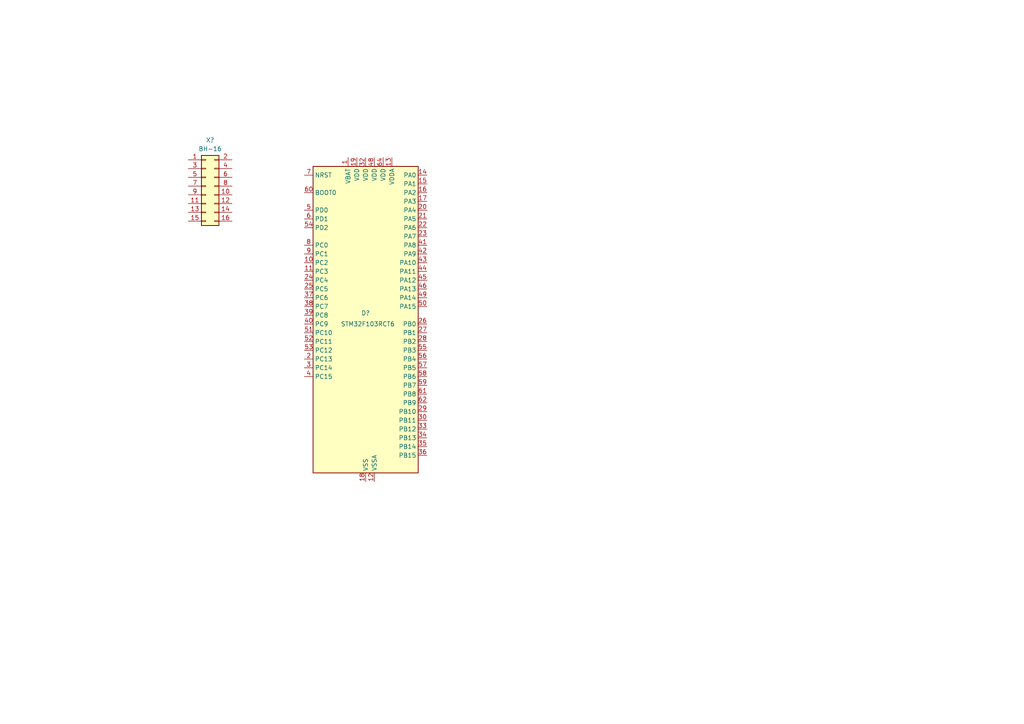
<source format=kicad_sch>
(kicad_sch (version 20231120) (generator "eeschema") (generator_version "8.0")
  (paper "A4")
  (title_block (title "RS485_BSV") (rev "1") (company "ООО \"Экросхим\"") (comment 1 "Антон Мухин"))
  (lib_symbols
    (symbol "Connector_Generic:Conn_02x08_Odd_Even" (pin_names (offset 1.016) hide)
      (property "Reference" "J" (at 1.27 10.16 0))
      (property "Value" "Conn_02x08_Odd_Even" (at 1.27 -12.7 0))
      (symbol "Conn_02x08_Odd_Even_1_1"
        (rectangle (start -1.27 -10.033) (end 0 -10.287) (stroke (width 0.1524)))
        (rectangle (start -1.27 -7.493) (end 0 -7.747) (stroke (width 0.1524)))
        (rectangle (start -1.27 -4.953) (end 0 -5.207) (stroke (width 0.1524)))
        (rectangle (start -1.27 -2.413) (end 0 -2.667) (stroke (width 0.1524)))
        (rectangle (start -1.27 0.127) (end 0 -0.127) (stroke (width 0.1524)))
        (rectangle (start -1.27 2.667) (end 0 2.413) (stroke (width 0.1524)))
        (rectangle (start -1.27 5.207) (end 0 4.953) (stroke (width 0.1524)))
        (rectangle (start -1.27 7.747) (end 0 7.493) (stroke (width 0.1524)))
        (rectangle (start -1.27 8.89) (end 3.81 -11.43) (stroke (width 0.254)) (fill (type background)))
        (rectangle (start 3.81 -10.033) (end 2.54 -10.287) (stroke (width 0.1524)))
        (rectangle (start 3.81 -7.493) (end 2.54 -7.747) (stroke (width 0.1524)))
        (rectangle (start 3.81 -4.953) (end 2.54 -5.207) (stroke (width 0.1524)))
        (rectangle (start 3.81 -2.413) (end 2.54 -2.667) (stroke (width 0.1524)))
        (rectangle (start 3.81 0.127) (end 2.54 -0.127) (stroke (width 0.1524)))
        (rectangle (start 3.81 2.667) (end 2.54 2.413) (stroke (width 0.1524)))
        (rectangle (start 3.81 5.207) (end 2.54 4.953) (stroke (width 0.1524)))
        (rectangle (start 3.81 7.747) (end 2.54 7.493) (stroke (width 0.1524)))
        (pin passive line (at -5.08 7.62 0) (length 3.81) (name "Pin_1") (number "1"))
        (pin passive line (at 7.62 -2.54 180) (length 3.81) (name "Pin_10") (number "10"))
        (pin passive line (at -5.08 -5.08 0) (length 3.81) (name "Pin_11") (number "11"))
        (pin passive line (at 7.62 -5.08 180) (length 3.81) (name "Pin_12") (number "12"))
        (pin passive line (at -5.08 -7.62 0) (length 3.81) (name "Pin_13") (number "13"))
        (pin passive line (at 7.62 -7.62 180) (length 3.81) (name "Pin_14") (number "14"))
        (pin passive line (at -5.08 -10.16 0) (length 3.81) (name "Pin_15") (number "15"))
        (pin passive line (at 7.62 -10.16 180) (length 3.81) (name "Pin_16") (number "16"))
        (pin passive line (at 7.62 7.62 180) (length 3.81) (name "Pin_2") (number "2"))
        (pin passive line (at -5.08 5.08 0) (length 3.81) (name "Pin_3") (number "3"))
        (pin passive line (at 7.62 5.08 180) (length 3.81) (name "Pin_4") (number "4"))
        (pin passive line (at -5.08 2.54 0) (length 3.81) (name "Pin_5") (number "5"))
        (pin passive line (at 7.62 2.54 180) (length 3.81) (name "Pin_6") (number "6"))
        (pin passive line (at -5.08 0 0) (length 3.81) (name "Pin_7") (number "7"))
        (pin passive line (at 7.62 0 180) (length 3.81) (name "Pin_8") (number "8"))
        (pin passive line (at -5.08 -2.54 0) (length 3.81) (name "Pin_9") (number "9"))
      )
    )
    (symbol "MCU_ST_STM32F1:STM32F103RCTx"
      (property "Reference" "U" (at -15.24 46.99 0))
      (property "Value" "STM32F103RCTx" (at 10.16 46.99 0))
      (symbol "STM32F103RCTx_0_1"
        (rectangle (start -15.24 -43.18) (end 15.24 45.72) (stroke (width 0.254)) (fill (type background)))
      )
      (symbol "STM32F103RCTx_1_1"
        (pin power_in line (at -5.08 48.26 270) (length 2.54) (name "VBAT") (number "1"))
        (pin bidirectional line (at -17.78 17.78 0) (length 2.54) (name "PC2") (number "10"))
        (pin bidirectional line (at -17.78 15.24 0) (length 2.54) (name "PC3") (number "11"))
        (pin power_in line (at 2.54 -45.72 90) (length 2.54) (name "VSSA") (number "12"))
        (pin power_in line (at 7.62 48.26 270) (length 2.54) (name "VDDA") (number "13"))
        (pin bidirectional line (at 17.78 43.18 180) (length 2.54) (name "PA0") (number "14"))
        (pin bidirectional line (at 17.78 40.64 180) (length 2.54) (name "PA1") (number "15"))
        (pin bidirectional line (at 17.78 38.1 180) (length 2.54) (name "PA2") (number "16"))
        (pin bidirectional line (at 17.78 35.56 180) (length 2.54) (name "PA3") (number "17"))
        (pin power_in line (at 0 -45.72 90) (length 2.54) (name "VSS") (number "18"))
        (pin power_in line (at -2.54 48.26 270) (length 2.54) (name "VDD") (number "19"))
        (pin bidirectional line (at -17.78 -10.16 0) (length 2.54) (name "PC13") (number "2"))
        (pin bidirectional line (at 17.78 33.02 180) (length 2.54) (name "PA4") (number "20"))
        (pin bidirectional line (at 17.78 30.48 180) (length 2.54) (name "PA5") (number "21"))
        (pin bidirectional line (at 17.78 27.94 180) (length 2.54) (name "PA6") (number "22"))
        (pin bidirectional line (at 17.78 25.4 180) (length 2.54) (name "PA7") (number "23"))
        (pin bidirectional line (at -17.78 12.7 0) (length 2.54) (name "PC4") (number "24"))
        (pin bidirectional line (at -17.78 10.16 0) (length 2.54) (name "PC5") (number "25"))
        (pin bidirectional line (at 17.78 0 180) (length 2.54) (name "PB0") (number "26"))
        (pin bidirectional line (at 17.78 -2.54 180) (length 2.54) (name "PB1") (number "27"))
        (pin bidirectional line (at 17.78 -5.08 180) (length 2.54) (name "PB2") (number "28"))
        (pin bidirectional line (at 17.78 -25.4 180) (length 2.54) (name "PB10") (number "29"))
        (pin bidirectional line (at -17.78 -12.7 0) (length 2.54) (name "PC14") (number "3"))
        (pin bidirectional line (at 17.78 -27.94 180) (length 2.54) (name "PB11") (number "30"))
        (pin passive line (at 0 -45.72 90) (length 2.54) hide (name "VSS") (number "31"))
        (pin power_in line (at 0 48.26 270) (length 2.54) (name "VDD") (number "32"))
        (pin bidirectional line (at 17.78 -30.48 180) (length 2.54) (name "PB12") (number "33"))
        (pin bidirectional line (at 17.78 -33.02 180) (length 2.54) (name "PB13") (number "34"))
        (pin bidirectional line (at 17.78 -35.56 180) (length 2.54) (name "PB14") (number "35"))
        (pin bidirectional line (at 17.78 -38.1 180) (length 2.54) (name "PB15") (number "36"))
        (pin bidirectional line (at -17.78 7.62 0) (length 2.54) (name "PC6") (number "37"))
        (pin bidirectional line (at -17.78 5.08 0) (length 2.54) (name "PC7") (number "38"))
        (pin bidirectional line (at -17.78 2.54 0) (length 2.54) (name "PC8") (number "39"))
        (pin bidirectional line (at -17.78 -15.24 0) (length 2.54) (name "PC15") (number "4"))
        (pin bidirectional line (at -17.78 0 0) (length 2.54) (name "PC9") (number "40"))
        (pin bidirectional line (at 17.78 22.86 180) (length 2.54) (name "PA8") (number "41"))
        (pin bidirectional line (at 17.78 20.32 180) (length 2.54) (name "PA9") (number "42"))
        (pin bidirectional line (at 17.78 17.78 180) (length 2.54) (name "PA10") (number "43"))
        (pin bidirectional line (at 17.78 15.24 180) (length 2.54) (name "PA11") (number "44"))
        (pin bidirectional line (at 17.78 12.7 180) (length 2.54) (name "PA12") (number "45"))
        (pin bidirectional line (at 17.78 10.16 180) (length 2.54) (name "PA13") (number "46"))
        (pin passive line (at 0 -45.72 90) (length 2.54) hide (name "VSS") (number "47"))
        (pin power_in line (at 2.54 48.26 270) (length 2.54) (name "VDD") (number "48"))
        (pin bidirectional line (at 17.78 7.62 180) (length 2.54) (name "PA14") (number "49"))
        (pin bidirectional line (at -17.78 33.02 0) (length 2.54) (name "PD0") (number "5"))
        (pin bidirectional line (at 17.78 5.08 180) (length 2.54) (name "PA15") (number "50"))
        (pin bidirectional line (at -17.78 -2.54 0) (length 2.54) (name "PC10") (number "51"))
        (pin bidirectional line (at -17.78 -5.08 0) (length 2.54) (name "PC11") (number "52"))
        (pin bidirectional line (at -17.78 -7.62 0) (length 2.54) (name "PC12") (number "53"))
        (pin bidirectional line (at -17.78 27.94 0) (length 2.54) (name "PD2") (number "54"))
        (pin bidirectional line (at 17.78 -7.62 180) (length 2.54) (name "PB3") (number "55"))
        (pin bidirectional line (at 17.78 -10.16 180) (length 2.54) (name "PB4") (number "56"))
        (pin bidirectional line (at 17.78 -12.7 180) (length 2.54) (name "PB5") (number "57"))
        (pin bidirectional line (at 17.78 -15.24 180) (length 2.54) (name "PB6") (number "58"))
        (pin bidirectional line (at 17.78 -17.78 180) (length 2.54) (name "PB7") (number "59"))
        (pin bidirectional line (at -17.78 30.48 0) (length 2.54) (name "PD1") (number "6"))
        (pin input line (at -17.78 38.1 0) (length 2.54) (name "BOOT0") (number "60"))
        (pin bidirectional line (at 17.78 -20.32 180) (length 2.54) (name "PB8") (number "61"))
        (pin bidirectional line (at 17.78 -22.86 180) (length 2.54) (name "PB9") (number "62"))
        (pin passive line (at 0 -45.72 90) (length 2.54) hide (name "VSS") (number "63"))
        (pin power_in line (at 5.08 48.26 270) (length 2.54) (name "VDD") (number "64"))
        (pin input line (at -17.78 43.18 0) (length 2.54) (name "NRST") (number "7"))
        (pin bidirectional line (at -17.78 22.86 0) (length 2.54) (name "PC0") (number "8"))
        (pin bidirectional line (at -17.78 20.32 0) (length 2.54) (name "PC1") (number "9"))
      )
    )
  )
  (symbol (lib_id "MCU_ST_STM32F1:STM32F103RCTx") (at 106.045 93.98 0) (unit 1)
    (property "Reference" "D?" (at 106.045 90.805 0))
    (property "Value" "STM32F103RCT6" (at 106.68 93.98 0))
    (property "Footprint" "Package_QFP:LQFP-64_10x10mm_P0.5mm" (effects (hide yes)))
    (property "Datasheet" "https://www.st.com/resource/en/datasheet/stm32f103rc.pdf" (effects (hide yes)))
    (property "Description" "STMicroelectronics Arm Cortex-M3 MCU, 256KB flash, 48KB RAM, 72 MHz, 2.0-3.6V, 51 GPIO, LQFP64" (effects (hide yes)))
  )
  (symbol (lib_id "Connector_Generic:Conn_02x08_Odd_Even") (at 59.69 53.975 0) (unit 1)
    (property "Reference" "X?" (at 60.96 40.64 0))
    (property "Value" "BH-16" (at 60.96 43.18 0))
    (property "Description" "Generic connector, double row, 02x08, odd/even pin numbering scheme (row 1 odd numbers, row 2 even numbers), script generated (kicad-library-utils/schlib/autogen/connector/)" (effects (hide yes)))
  )
)
</source>
